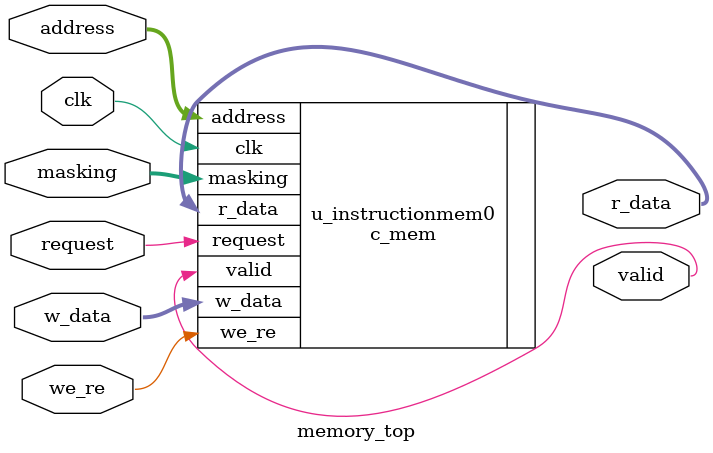
<source format=v>
module memory_top #(
    parameter INIT_MEM = 0
)(
    input wire clk,
    input wire request,
    input wire [7:0] address,
    input wire [31:0] w_data,
    input wire [3:0] masking,
    input wire we_re,

    output wire valid,
    output wire [31:0] r_data
    );

    c_mem #(
      .INIT_MEM(INIT_MEM)
    )
    u_instructionmem0 (
        .clk(clk),
        .we_re(we_re),
        .request(request),
        .masking(masking),
        .address(address),
        .w_data(w_data),
        .valid(valid),
        .r_data(r_data)
    );
endmodule
</source>
